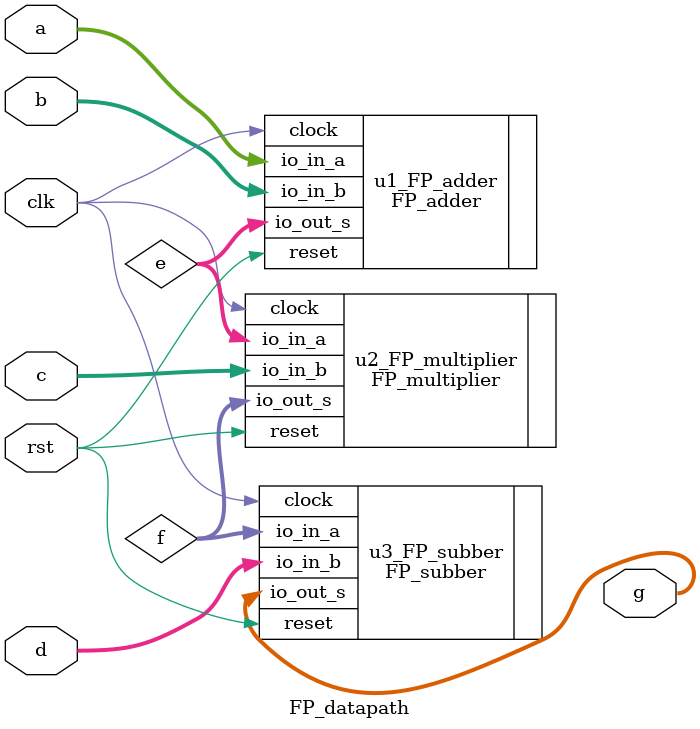
<source format=v>
module FP_datapath (input         clk,
                    input         rst,
	            input  [31:0] a  , 
	            input  [31:0] b  , 
	            input  [31:0] c  , 
	            input  [31:0] d  , 
	            output [31:0] g  );
wire [31:0] e;
wire [31:0] f;
FP_adder u1_FP_adder(.clock   (clk     ),
                     .reset   (rst     ),
                     .io_in_a (a       ),
                     .io_in_b (b       ),
                     .io_out_s(e       ));

FP_multiplier u2_FP_multiplier (.clock   (clk     ),
                     .reset   (rst     ),
                     .io_in_a (e       ),
                     .io_in_b (c       ),
                     .io_out_s(f       ));

FP_subber u3_FP_subber (.clock   (clk     ),
                     .reset   (rst     ),
                     .io_in_a (f       ),
                     .io_in_b (d       ),
                     .io_out_s(g       ));

endmodule

</source>
